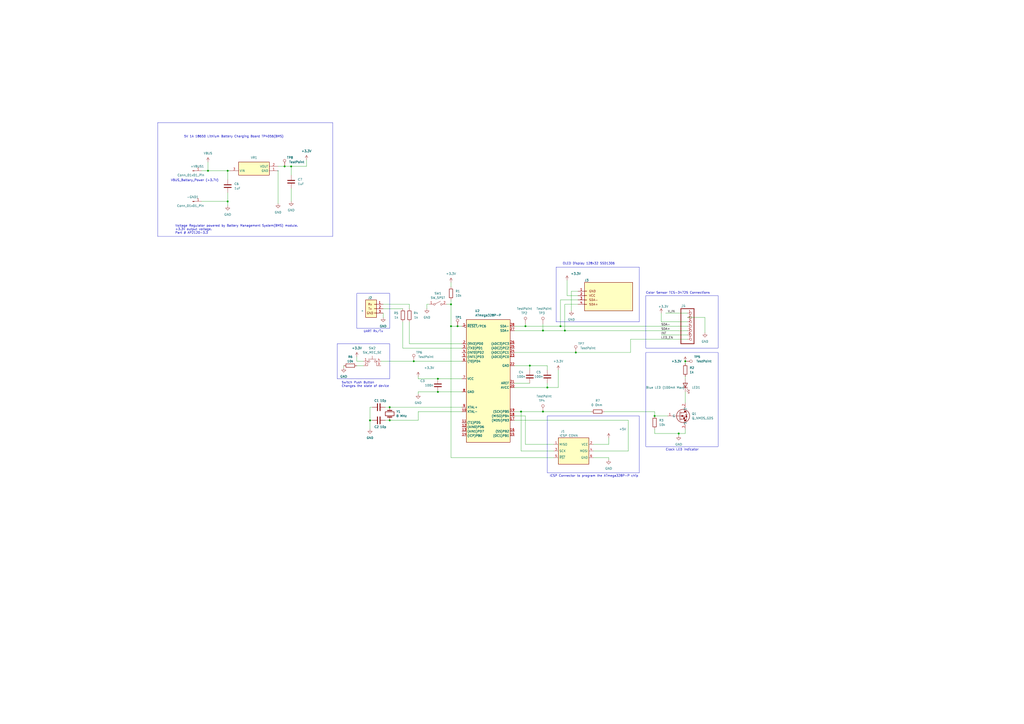
<source format=kicad_sch>
(kicad_sch (version 20230121) (generator eeschema)
  (paper "A2")
  (lib_symbols
    (symbol "+3.3V_1" (power) (pin_names (offset 0))
      (property "Value" "+3.3V_1" (at 0 5.08 0))
      (symbol "+3.3V_1_0_1"
        (polyline (pts (xy -0.762 1.27) (xy 0 2.54)))
        (polyline (pts (xy 0 0) (xy 0 2.54)))
        (polyline (pts (xy 0 2.54) (xy 0.762 1.27)))
      )
      (symbol "+3.3V_1_1_1"
        (pin power_in line (at 0 0 90) (length 0) hide (name "+3.3V") (number "1"))
      )
    )
    (symbol "+3.3V_2" (power) (pin_names (offset 0))
      (property "Value" "+3.3V_2" (at 0 5.08 0))
      (symbol "+3.3V_2_0_1"
        (polyline (pts (xy -0.762 1.27) (xy 0 2.54)))
        (polyline (pts (xy 0 0) (xy 0 2.54)))
        (polyline (pts (xy 0 2.54) (xy 0.762 1.27)))
      )
      (symbol "+3.3V_2_1_1"
        (pin power_in line (at 0 0 90) (length 0) hide (name "+3.3V") (number "1"))
      )
    )
    (symbol "+3.3V_3" (power) (pin_names (offset 0))
      (property "Value" "+3.3V_3" (at 0 5.08 0))
      (symbol "+3.3V_3_0_1"
        (polyline (pts (xy -0.762 1.27) (xy 0 2.54)))
        (polyline (pts (xy 0 0) (xy 0 2.54)))
        (polyline (pts (xy 0 2.54) (xy 0.762 1.27)))
      )
      (symbol "+3.3V_3_1_1"
        (pin power_in line (at 0 0 90) (length 0) hide (name "+3.3V") (number "1"))
      )
    )
    (symbol "+3.3V_4" (power) (pin_names (offset 0))
      (property "Value" "+3.3V_4" (at 0 5.08 0))
      (symbol "+3.3V_4_0_1"
        (polyline (pts (xy -0.762 1.27) (xy 0 2.54)))
        (polyline (pts (xy 0 0) (xy 0 2.54)))
        (polyline (pts (xy 0 2.54) (xy 0.762 1.27)))
      )
      (symbol "+3.3V_4_1_1"
        (pin power_in line (at 0 0 90) (length 0) hide (name "+3.3V") (number "1"))
      )
    )
    (symbol "+5V_1" (power) (pin_names (offset 0))
      (property "Value" "+5V_1" (at 0 5.08 0))
      (symbol "+5V_1_0_1"
        (polyline (pts (xy -0.762 1.27) (xy 0 2.54)))
        (polyline (pts (xy 0 0) (xy 0 2.54)))
        (polyline (pts (xy 0 2.54) (xy 0.762 1.27)))
      )
      (symbol "+5V_1_1_1"
        (pin power_in line (at 0 0 90) (length 0) hide (name "+5V") (number "1"))
      )
    )
    (symbol "2023-11-13_01-53-07:DMN63D8LW-13" (pin_names (offset 0.254))
      (property "Reference" "U" (at 13.97 1.905 0))
      (property "Value" "DMN63D8LW-13" (at 13.97 -2.54 0))
      (symbol "DMN63D8LW-13_0_1"
        (polyline (pts (xy 2.54 0) (xy 5.08 0)) (stroke (width 0.127)))
        (polyline (pts (xy 5.08 0) (xy 6.985 0)) (stroke (width 0.2032)))
        (polyline (pts (xy 6.985 -2.54) (xy 6.985 2.54)) (stroke (width 0.2032)))
        (polyline (pts (xy 7.62 -2.54) (xy 7.62 -1.27)) (stroke (width 0.2032)))
        (polyline (pts (xy 7.62 -1.905) (xy 9.525 -1.905)) (stroke (width 0.2032)))
        (polyline (pts (xy 7.62 -0.635) (xy 7.62 0.635)) (stroke (width 0.2032)))
        (polyline (pts (xy 7.62 1.27) (xy 7.62 2.54)) (stroke (width 0.2032)))
        (polyline (pts (xy 7.62 1.905) (xy 9.525 1.905)) (stroke (width 0.2032)))
        (polyline (pts (xy 8.89 0) (xy 9.525 0)) (stroke (width 0.2032)))
        (polyline (pts (xy 9.525 -5.08) (xy 9.525 -2.54)) (stroke (width 0.127)))
        (polyline (pts (xy 9.525 -2.54) (xy 9.525 0)) (stroke (width 0.2032)))
        (polyline (pts (xy 9.525 -2.54) (xy 10.795 -2.54)) (stroke (width 0.2032)))
        (polyline (pts (xy 9.525 1.905) (xy 9.525 2.54)) (stroke (width 0.2032)))
        (polyline (pts (xy 9.525 2.54) (xy 9.525 5.08)) (stroke (width 0.127)))
        (polyline (pts (xy 9.525 2.54) (xy 10.795 2.54)) (stroke (width 0.2032)))
        (polyline (pts (xy 9.525 5.08) (xy 10.16 5.08)) (stroke (width 0.127)))
        (polyline (pts (xy 10.16 -5.08) (xy 9.525 -5.08)) (stroke (width 0.127)))
        (polyline (pts (xy 10.795 -2.54) (xy 10.795 -0.635)) (stroke (width 0.2032)))
        (polyline (pts (xy 10.795 0.635) (xy 10.795 2.54)) (stroke (width 0.2032)))
        (polyline (pts (xy 11.43 0.635) (xy 10.16 0.635)) (stroke (width 0.2032)))
        (polyline (pts (xy 8.89 0.635) (xy 7.62 0) (xy 8.89 -0.635)) (stroke (width 0.0254)) (fill (type outline)))
        (polyline (pts (xy 11.43 -0.635) (xy 10.16 -0.635) (xy 10.795 0.635)) (stroke (width 0.0254)) (fill (type outline)))
        (circle (center 8.89 0) (radius 3.81) (stroke (width 0.254)))
        (circle (center 9.525 -1.27) (radius 0.0254) (stroke (width 0.508)))
        (circle (center 10.16 -2.54) (radius 0.0254) (stroke (width 0.508)))
        (circle (center 10.16 2.54) (radius 0.0254) (stroke (width 0.508)))
        (pin unspecified line (at 0 0 0) (length 2.54) (name "G") (number "1"))
        (pin unspecified line (at 10.16 7.62 270) (length 2.54) (name "D") (number "2"))
        (pin unspecified line (at 10.16 -7.62 90) (length 2.54) (name "S") (number "3"))
      )
    )
    (symbol "ATmega328P-P_1"
      (property "Reference" "U2" (at -6.35 40.64 0))
      (property "Value" "ATmega328P-P" (at 0 38.1 0))
      (symbol "ATmega328P-P_1_0_1"
        (rectangle (start -12.7 35.56) (end 12.7 -35.56) (stroke (width 0.254)) (fill (type background)))
      )
      (symbol "ATmega328P-P_1_1_1"
        (pin bidirectional inverted (at -15.24 31.75 0) (length 2.54) (name "~{RESET}/PC6") (number "1"))
        (pin bidirectional line (at -15.24 -17.78 0) (length 2.54) (name "XTAL-") (number "10"))
        (pin bidirectional line (at -15.24 -24.13 0) (length 2.54) (name "(T1)PD5") (number "11"))
        (pin bidirectional line (at -15.24 -26.67 0) (length 2.54) (name "(AIN0)PD6") (number "12"))
        (pin bidirectional line (at -15.24 -29.21 0) (length 2.54) (name "(AIN1)PD7") (number "13"))
        (pin bidirectional line (at -15.24 -31.75 0) (length 2.54) (name "(ICP)PB0") (number "14"))
        (pin bidirectional line (at 15.24 -31.75 180) (length 2.54) (name "(OC1)PB1") (number "15"))
        (pin bidirectional line (at 15.24 -29.21 180) (length 2.54) (name "(SS)PB2") (number "16"))
        (pin bidirectional line (at 15.24 -22.86 180) (length 2.54) (name "(MOSI)PB3") (number "17"))
        (pin bidirectional line (at 15.24 -20.32 180) (length 2.54) (name "(MISO)PB4") (number "18"))
        (pin bidirectional line (at 15.24 -17.78 180) (length 2.54) (name "(SCK)PB5") (number "19"))
        (pin bidirectional line (at -15.24 21.59 0) (length 2.54) (name "(RXD)PD0") (number "2"))
        (pin power_in line (at 15.24 -3.81 180) (length 2.54) (name "AVCC") (number "20"))
        (pin passive line (at 15.24 -1.27 180) (length 2.54) (name "AREF") (number "21"))
        (pin passive line (at 15.24 8.89 180) (length 2.54) (name "GND") (number "22"))
        (pin bidirectional line (at 15.24 13.97 180) (length 2.54) (name "(ADC0)PC0") (number "23"))
        (pin bidirectional line (at 15.24 16.51 180) (length 2.54) (name "(ADC1)PC1") (number "24"))
        (pin bidirectional line (at 15.24 19.05 180) (length 2.54) (name "(ADC2)PC2") (number "25"))
        (pin bidirectional line (at 15.24 21.59 180) (length 2.54) (name "(ADC3)PC3") (number "26"))
        (pin bidirectional line (at 15.24 29.21 180) (length 2.54) (name "SDA+") (number "27"))
        (pin bidirectional line (at 15.24 31.75 180) (length 2.54) (name "SDA-") (number "28"))
        (pin bidirectional line (at -15.24 19.05 0) (length 2.54) (name "(TXD)PD1") (number "3"))
        (pin bidirectional line (at -15.24 16.51 0) (length 2.54) (name "(INT0)PD2") (number "4"))
        (pin bidirectional line (at -15.24 13.97 0) (length 2.54) (name "(INT1)PD3") (number "5"))
        (pin bidirectional line (at -15.24 11.43 0) (length 2.54) (name "(T0)PD4") (number "6"))
        (pin power_in line (at -15.24 1.27 0) (length 2.54) (name "VCC") (number "7"))
        (pin power_in line (at -15.24 -6.35 0) (length 2.54) (name "GND") (number "8"))
        (pin bidirectional line (at -15.24 -15.24 0) (length 2.54) (name "XTAL+") (number "9"))
      )
    )
    (symbol "Adafruit TCS34725-eagle-import:HEADER-1X770MIL"
      (property "Reference" "JP" (at -6.35 10.795 0))
      (symbol "HEADER-1X770MIL_1_0"
        (polyline (pts (xy -6.35 -10.16) (xy 1.27 -10.16)) (stroke (width 0.4064)))
        (polyline (pts (xy -6.35 10.16) (xy -6.35 -10.16)) (stroke (width 0.4064)))
        (polyline (pts (xy 1.27 -10.16) (xy 1.27 10.16)) (stroke (width 0.4064)))
        (polyline (pts (xy 1.27 10.16) (xy -6.35 10.16)) (stroke (width 0.4064)))
        (pin passive inverted (at -2.54 7.62 0) (length 2.54) (name "1") (number "1"))
        (pin passive inverted (at -2.54 5.08 0) (length 2.54) (name "2") (number "2"))
        (pin passive inverted (at -2.54 2.54 0) (length 2.54) (name "3") (number "3"))
        (pin passive inverted (at -2.54 0 0) (length 2.54) (name "4") (number "4"))
        (pin passive inverted (at -2.54 -2.54 0) (length 2.54) (name "5") (number "5"))
        (pin passive inverted (at -2.54 -5.08 0) (length 2.54) (name "6") (number "6"))
        (pin passive inverted (at -2.54 -7.62 0) (length 2.54) (name "7") (number "7"))
      )
    )
    (symbol "Conn_PIC_ICSP_ICD_1"
      (property "Reference" "J6" (at -3.81 12.7 0))
      (property "Value" "ICSP CONN" (at 5.08 10.16 0))
      (symbol "Conn_PIC_ICSP_ICD_1_0_1"
        (rectangle (start -7.62 7.62) (end 10.16 -7.62) (stroke (width 0.254)) (fill (type background)))
      )
      (symbol "Conn_PIC_ICSP_ICD_1_1_1"
        (pin bidirectional line (at -10.16 3.81 0) (length 2.54) (name "MISO") (number "1"))
        (pin bidirectional line (at 12.7 3.81 180) (length 2.54) (name "VCC") (number "2"))
        (pin output line (at -10.16 0 0) (length 2.54) (name "SCK") (number "3"))
        (pin output line (at 12.7 0 180) (length 2.54) (name "MOSI") (number "4"))
        (pin output line (at -10.16 -3.81 0) (length 2.54) (name "~{RST}") (number "5"))
        (pin output line (at 12.7 -3.81 180) (length 2.54) (name "GND") (number "6"))
      )
    )
    (symbol "Connector:Conn_01x01_Pin" (pin_names (offset 1.016) hide)
      (property "Reference" "J" (at 0 2.54 0))
      (property "Value" "Conn_01x01_Pin" (at 0 -2.54 0))
      (symbol "Conn_01x01_Pin_1_1"
        (polyline (pts (xy 1.27 0) (xy 0.8636 0)) (stroke (width 0.1524)))
        (rectangle (start 0.8636 0.127) (end 0 -0.127) (stroke (width 0.1524)) (fill (type outline)))
        (pin passive line (at 5.08 0 180) (length 3.81) (name "Pin_1") (number "1"))
      )
    )
    (symbol "Connector:TestPoint" (pin_numbers hide) (pin_names (offset 0.762) hide)
      (property "Reference" "TP" (at 0 6.858 0))
      (property "Value" "TestPoint" (at 0 5.08 0))
      (symbol "TestPoint_0_1"
        (circle (center 0 3.302) (radius 0.762))
      )
      (symbol "TestPoint_1_1"
        (pin passive line (at 0 0 90) (length 2.54) (name "1") (number "1"))
      )
    )
    (symbol "Connector_Generic:Conn_01x03" (pin_names (offset 1.016) hide)
      (property "Reference" "J2" (at 7.62 1.27 0))
      (property "Value" "Conn_01x03" (at 6.35 -1.27 0))
      (symbol "Conn_01x03_1_1"
        (rectangle (start -1.27 -2.413) (end 0 -2.667) (stroke (width 0.1524)))
        (rectangle (start -1.27 0.127) (end 0 -0.127) (stroke (width 0.1524)))
        (rectangle (start -1.27 2.667) (end 0 2.413) (stroke (width 0.1524)))
        (rectangle (start -1.27 5.08) (end 5.08 -5.08) (stroke (width 0.254)) (fill (type background)))
        (text "GND" (at 2.54 -2.54 0) (effects (font (size 1.27 1.27))))
        (text "Rx" (at 2.54 2.54 0) (effects (font (size 1.27 1.27))))
        (text "Tx" (at 2.54 0 0) (effects (font (size 1.27 1.27))))
        (pin passive line (at -5.08 2.54 0) (length 3.81) (name "Pin_1") (number "1"))
        (pin passive line (at -5.08 0 0) (length 3.81) (name "Pin_2") (number "2"))
        (pin passive line (at -5.08 -2.54 0) (length 3.81) (name "Pin_3") (number "3"))
      )
    )
    (symbol "Connector_Generic:Conn_01x04" (pin_names (offset 1.016) hide)
      (property "Reference" "J3" (at -1.27 8.89 0))
      (symbol "Conn_01x04_1_1"
        (rectangle (start -1.27 -4.953) (end 0 -5.207) (stroke (width 0.1524)))
        (rectangle (start -1.27 -2.413) (end 0 -2.667) (stroke (width 0.1524)))
        (rectangle (start -1.27 0.127) (end 0 -0.127) (stroke (width 0.1524)))
        (rectangle (start -1.27 2.667) (end 0 2.413) (stroke (width 0.1524)))
        (rectangle (start -1.27 7.62) (end 26.67 -8.89) (stroke (width 0.254)) (fill (type background)))
        (text "GND" (at 1.27 2.54 0) (effects (font (size 1.27 1.27)) (justify left)))
        (text "SDA+\n" (at 1.27 -5.08 0) (effects (font (size 1.27 1.27)) (justify left)))
        (text "SDA-" (at 1.27 -2.54 0) (effects (font (size 1.27 1.27)) (justify left)))
        (text "VCC" (at 1.27 0 0) (effects (font (size 1.27 1.27)) (justify left)))
        (pin passive line (at -5.08 2.54 0) (length 3.81) (name "Pin_1") (number "1"))
        (pin passive line (at -5.08 0 0) (length 3.81) (name "Pin_2") (number "2"))
        (pin passive line (at -5.08 -2.54 0) (length 3.81) (name "Pin_3") (number "3"))
        (pin passive line (at -5.08 -5.08 0) (length 3.81) (name "Pin_4") (number "4"))
      )
    )
    (symbol "Device:C" (pin_numbers hide) (pin_names (offset 0.254))
      (property "Reference" "C" (at 0.635 2.54 0))
      (property "Value" "C" (at 0.635 -2.54 0))
      (symbol "C_0_1"
        (polyline (pts (xy -2.032 -0.762) (xy 2.032 -0.762)) (stroke (width 0.508)))
        (polyline (pts (xy -2.032 0.762) (xy 2.032 0.762)) (stroke (width 0.508)))
      )
      (symbol "C_1_1"
        (pin passive line (at 0 3.81 270) (length 2.794) (name "~") (number "1"))
        (pin passive line (at 0 -3.81 90) (length 2.794) (name "~") (number "2"))
      )
    )
    (symbol "Device:Crystal" (pin_numbers hide) (pin_names (offset 1.016) hide)
      (property "Reference" "Y" (at 0 3.81 0))
      (property "Value" "Crystal" (at 0 -3.81 0))
      (symbol "Crystal_0_1"
        (rectangle (start -1.143 2.54) (end 1.143 -2.54) (stroke (width 0.3048)))
        (polyline (pts (xy -2.54 0) (xy -1.905 0)))
        (polyline (pts (xy -1.905 -1.27) (xy -1.905 1.27)) (stroke (width 0.508)))
        (polyline (pts (xy 1.905 -1.27) (xy 1.905 1.27)) (stroke (width 0.508)))
        (polyline (pts (xy 2.54 0) (xy 1.905 0)))
      )
      (symbol "Crystal_1_1"
        (pin passive line (at -3.81 0 0) (length 1.27) (name "1") (number "1"))
        (pin passive line (at 3.81 0 180) (length 1.27) (name "2") (number "2"))
      )
    )
    (symbol "Device:LED" (pin_numbers hide) (pin_names (offset 1.016) hide)
      (property "Reference" "D" (at 0 2.54 0))
      (property "Value" "LED" (at 0 -2.54 0))
      (symbol "LED_0_1"
        (polyline (pts (xy -1.27 -1.27) (xy -1.27 1.27)) (stroke (width 0.254)))
        (polyline (pts (xy -1.27 0) (xy 1.27 0)))
        (polyline (pts (xy 1.27 -1.27) (xy 1.27 1.27) (xy -1.27 0) (xy 1.27 -1.27)) (stroke (width 0.254)))
        (polyline (pts (xy -3.048 -0.762) (xy -4.572 -2.286) (xy -3.81 -2.286) (xy -4.572 -2.286) (xy -4.572 -1.524)))
        (polyline (pts (xy -1.778 -0.762) (xy -3.302 -2.286) (xy -2.54 -2.286) (xy -3.302 -2.286) (xy -3.302 -1.524)))
      )
      (symbol "LED_1_1"
        (pin passive line (at -3.81 0 0) (length 2.54) (name "K") (number "1"))
        (pin passive line (at 3.81 0 180) (length 2.54) (name "A") (number "2"))
      )
    )
    (symbol "Device:R" (pin_numbers hide) (pin_names (offset 0))
      (property "Reference" "R" (at 2.032 0 90))
      (property "Value" "R" (at 0 0 90))
      (symbol "R_0_1"
        (rectangle (start -1.016 -2.54) (end 1.016 2.54) (stroke (width 0.254)))
      )
      (symbol "R_1_1"
        (pin passive line (at 0 3.81 270) (length 1.27) (name "~") (number "1"))
        (pin passive line (at 0 -3.81 90) (length 1.27) (name "~") (number "2"))
      )
    )
    (symbol "SamacSys_Parts:AP2120N-3.3TRG1"
      (property "Reference" "PS" (at 24.13 7.62 0))
      (property "Value" "AP2120N-3.3TRG1" (at 24.13 5.08 0))
      (symbol "AP2120N-3.3TRG1_1_1"
        (rectangle (start 5.08 2.54) (end 22.86 -5.08) (stroke (width 0.254)) (fill (type background)))
        (pin passive line (at 0 0 0) (length 5.08) (name "GND") (number "1"))
        (pin passive line (at 0 -2.54 0) (length 5.08) (name "VOUT") (number "2"))
        (pin passive line (at 27.94 0 180) (length 5.08) (name "VIN") (number "3"))
      )
    )
    (symbol "Switch:SW_MEC_5E" (pin_names (offset 1.016) hide)
      (property "Reference" "SW" (at 0.635 5.715 0))
      (property "Value" "SW_MEC_5E" (at 0 -3.175 0))
      (symbol "SW_MEC_5E_0_1"
        (circle (center -1.778 2.54) (radius 0.508))
        (polyline (pts (xy -2.286 3.81) (xy 2.286 3.81)))
        (polyline (pts (xy 0 3.81) (xy 0 5.588)))
        (polyline (pts (xy -2.54 0) (xy -2.54 2.54) (xy -2.286 2.54)))
        (polyline (pts (xy 2.54 0) (xy 2.54 2.54) (xy 2.286 2.54)))
        (circle (center 1.778 2.54) (radius 0.508))
        (pin passive line (at -5.08 2.54 0) (length 2.54) (name "1") (number "1"))
        (pin passive line (at -5.08 0 0) (length 2.54) (name "2") (number "2"))
        (pin passive line (at 5.08 0 180) (length 2.54) (name "K") (number "3"))
        (pin passive line (at 5.08 2.54 180) (length 2.54) (name "A") (number "4"))
      )
    )
    (symbol "Switch:SW_SPST" (pin_names (offset 0) hide)
      (property "Reference" "SW" (at 0 3.175 0))
      (property "Value" "SW_SPST" (at 0 -2.54 0))
      (symbol "SW_SPST_0_0"
        (circle (center -2.032 0) (radius 0.508))
        (polyline (pts (xy -1.524 0.254) (xy 1.524 1.778)))
        (circle (center 2.032 0) (radius 0.508))
      )
      (symbol "SW_SPST_1_1"
        (pin passive line (at -5.08 0 0) (length 2.54) (name "A") (number "1"))
        (pin passive line (at 5.08 0 180) (length 2.54) (name "B") (number "2"))
      )
    )
    (symbol "power:+3.3V" (power) (pin_names (offset 0))
      (property "Value" "+3.3V" (at 0 3.556 0))
      (symbol "+3.3V_0_1"
        (polyline (pts (xy -0.762 1.27) (xy 0 2.54)))
        (polyline (pts (xy 0 0) (xy 0 2.54)))
        (polyline (pts (xy 0 2.54) (xy 0.762 1.27)))
      )
      (symbol "+3.3V_1_1"
        (pin power_in line (at 0 0 90) (length 0) hide (name "+3.3V") (number "1"))
      )
    )
    (symbol "power:GND" (power) (pin_names (offset 0))
      (property "Value" "GND" (at 0 -3.81 0))
      (symbol "GND_0_1"
        (polyline (pts (xy 0 0) (xy 0 -1.27) (xy 1.27 -1.27) (xy 0 -2.54) (xy -1.27 -1.27) (xy 0 -1.27)))
      )
      (symbol "GND_1_1"
        (pin power_in line (at 0 0 270) (length 0) hide (name "GND") (number "1"))
      )
    )
    (symbol "power:VBUS" (power) (pin_names (offset 0))
      (property "Value" "VBUS" (at 0 3.81 0))
      (symbol "VBUS_0_1"
        (polyline (pts (xy -0.762 1.27) (xy 0 2.54)))
        (polyline (pts (xy 0 0) (xy 0 2.54)))
        (polyline (pts (xy 0 2.54) (xy 0.762 1.27)))
      )
      (symbol "VBUS_1_1"
        (pin power_in line (at 0 0 90) (length 0) hide (name "VBUS") (number "1"))
      )
    )
  )
  (junction (at 132.08 99.06))
  (junction (at 314.96 191.77))
  (junction (at 307.34 212.09))
  (junction (at 393.7 251.46))
  (junction (at 214.63 243.84))
  (junction (at 226.06 236.22))
  (junction (at 397.51 209.55))
  (junction (at 379.73 241.3))
  (junction (at 261.62 176.53))
  (junction (at 314.96 238.76))
  (junction (at 261.62 189.23))
  (junction (at 334.01 204.47))
  (junction (at 317.5 224.79))
  (junction (at 240.03 209.55))
  (junction (at 226.06 243.84))
  (junction (at 165.1 96.52))
  (junction (at 327.66 191.77))
  (junction (at 265.43 189.23))
  (junction (at 254 219.71))
  (junction (at 120.65 99.06))
  (junction (at 254 227.33))
  (junction (at 132.08 116.84))
  (junction (at 302.26 238.76))
  (junction (at 325.12 189.23))
  (junction (at 168.91 96.52))
  (junction (at 304.8 189.23))
  (wire (pts (xy 302.26 238.76) (xy 298.45 238.76)))
  (wire (pts (xy 116.84 99.06) (xy 120.65 99.06)))
  (wire (pts (xy 314.96 191.77) (xy 327.66 191.77)))
  (wire (pts (xy 398.78 191.77) (xy 383.54 191.77)) (stroke (width 0.1524)))
  (wire (pts (xy 379.73 241.3) (xy 387.35 241.3)))
  (wire (pts (xy 242.57 238.76) (xy 242.57 243.84)))
  (wire (pts (xy 307.34 212.09) (xy 307.34 214.63)))
  (wire (pts (xy 242.57 238.76) (xy 267.97 238.76)))
  (wire (pts (xy 237.49 186.69) (xy 237.49 199.39)))
  (wire (pts (xy 353.06 266.7) (xy 353.06 265.43)))
  (wire (pts (xy 335.28 173.99) (xy 325.12 173.99)))
  (wire (pts (xy 302.26 238.76) (xy 314.96 238.76)))
  (wire (pts (xy 298.45 222.25) (xy 307.34 222.25)))
  (wire (pts (xy 298.45 204.47) (xy 334.01 204.47)))
  (wire (pts (xy 317.5 224.79) (xy 317.5 222.25)))
  (wire (pts (xy 165.1 96.52) (xy 168.91 96.52)))
  (wire (pts (xy 226.06 236.22) (xy 267.97 236.22)))
  (wire (pts (xy 168.91 109.22) (xy 168.91 116.84)))
  (wire (pts (xy 365.76 196.85) (xy 383.54 196.85)))
  (wire (pts (xy 261.62 189.23) (xy 261.62 265.43)))
  (wire (pts (xy 317.5 224.79) (xy 323.85 224.79)))
  (wire (pts (xy 298.45 191.77) (xy 314.96 191.77)))
  (wire (pts (xy 132.08 111.76) (xy 132.08 116.84)))
  (wire (pts (xy 344.17 265.43) (xy 353.06 265.43)))
  (wire (pts (xy 233.68 201.93) (xy 267.97 201.93)))
  (wire (pts (xy 304.8 241.3) (xy 298.45 241.3)))
  (wire (pts (xy 265.43 189.23) (xy 267.97 189.23)))
  (wire (pts (xy 242.57 219.71) (xy 254 219.71)))
  (wire (pts (xy 261.62 163.83) (xy 261.62 166.37)))
  (wire (pts (xy 408.94 184.15) (xy 408.94 193.04)) (stroke (width 0.1524)))
  (wire (pts (xy 161.29 96.52) (xy 165.1 96.52)))
  (wire (pts (xy 223.52 243.84) (xy 226.06 243.84)))
  (wire (pts (xy 397.51 227.33) (xy 397.51 233.68)))
  (wire (pts (xy 344.17 261.62) (xy 364.49 261.62)))
  (wire (pts (xy 214.63 236.22) (xy 214.63 243.84)))
  (wire (pts (xy 298.45 224.79) (xy 317.5 224.79)))
  (wire (pts (xy 222.25 176.53) (xy 237.49 176.53)))
  (wire (pts (xy 242.57 228.6) (xy 242.57 227.33)))
  (wire (pts (xy 240.03 209.55) (xy 267.97 209.55)))
  (wire (pts (xy 398.78 184.15) (xy 408.94 184.15)) (stroke (width 0.1524)))
  (wire (pts (xy 317.5 212.09) (xy 317.5 214.63)))
  (wire (pts (xy 199.39 212.09) (xy 199.39 213.36)))
  (wire (pts (xy 132.08 99.06) (xy 133.35 99.06)))
  (wire (pts (xy 168.91 96.52) (xy 168.91 101.6)))
  (wire (pts (xy 397.51 251.46) (xy 393.7 251.46)))
  (wire (pts (xy 233.68 186.69) (xy 233.68 201.93)))
  (wire (pts (xy 298.45 189.23) (xy 304.8 189.23)))
  (wire (pts (xy 364.49 261.62) (xy 364.49 243.84)))
  (wire (pts (xy 254 219.71) (xy 267.97 219.71)))
  (wire (pts (xy 398.78 186.69) (xy 383.54 186.69)) (stroke (width 0.1524)))
  (wire (pts (xy 302.26 261.62) (xy 302.26 238.76)))
  (wire (pts (xy 321.31 261.62) (xy 302.26 261.62)))
  (wire (pts (xy 120.65 93.98) (xy 120.65 99.06)))
  (wire (pts (xy 261.62 265.43) (xy 321.31 265.43)))
  (wire (pts (xy 210.82 209.55) (xy 207.01 209.55)))
  (wire (pts (xy 214.63 243.84) (xy 214.63 248.92)))
  (wire (pts (xy 248.92 176.53) (xy 247.65 176.53)))
  (wire (pts (xy 334.01 204.47) (xy 365.76 204.47)))
  (wire (pts (xy 335.28 176.53) (xy 327.66 176.53)))
  (wire (pts (xy 304.8 189.23) (xy 325.12 189.23)))
  (wire (pts (xy 132.08 99.06) (xy 132.08 104.14)))
  (wire (pts (xy 261.62 176.53) (xy 261.62 189.23)))
  (wire (pts (xy 242.57 227.33) (xy 254 227.33)))
  (wire (pts (xy 397.51 209.55) (xy 397.51 210.82)))
  (wire (pts (xy 379.73 251.46) (xy 379.73 248.92)))
  (wire (pts (xy 331.47 168.91) (xy 331.47 180.34)))
  (wire (pts (xy 397.51 219.71) (xy 397.51 218.44)))
  (wire (pts (xy 261.62 189.23) (xy 265.43 189.23)))
  (wire (pts (xy 242.57 218.44) (xy 242.57 219.71)))
  (wire (pts (xy 233.68 179.07) (xy 222.25 179.07)))
  (wire (pts (xy 177.8 92.71) (xy 177.8 96.52)))
  (wire (pts (xy 298.45 212.09) (xy 307.34 212.09)))
  (wire (pts (xy 386.08 181.61) (xy 398.78 181.61)) (stroke (width 0.1524)))
  (wire (pts (xy 393.7 251.46) (xy 393.7 252.73)))
  (wire (pts (xy 398.78 189.23) (xy 383.54 189.23)) (stroke (width 0.1524)))
  (wire (pts (xy 328.93 162.56) (xy 328.93 171.45)))
  (wire (pts (xy 383.54 194.31) (xy 398.78 194.31)) (stroke (width 0.1524)))
  (wire (pts (xy 247.65 176.53) (xy 247.65 179.07)))
  (wire (pts (xy 120.65 99.06) (xy 132.08 99.06)))
  (wire (pts (xy 325.12 189.23) (xy 383.54 189.23)))
  (wire (pts (xy 254 227.33) (xy 267.97 227.33)))
  (wire (pts (xy 327.66 176.53) (xy 327.66 191.77)))
  (wire (pts (xy 379.73 238.76) (xy 379.73 241.3)))
  (wire (pts (xy 220.98 209.55) (xy 240.03 209.55)))
  (wire (pts (xy 398.78 196.85) (xy 383.54 196.85)) (stroke (width 0.1524)))
  (wire (pts (xy 237.49 176.53) (xy 237.49 179.07)))
  (wire (pts (xy 207.01 207.01) (xy 207.01 209.55)))
  (wire (pts (xy 321.31 257.81) (xy 304.8 257.81)))
  (wire (pts (xy 304.8 257.81) (xy 304.8 241.3)))
  (wire (pts (xy 168.91 96.52) (xy 177.8 96.52)))
  (wire (pts (xy 116.84 116.84) (xy 132.08 116.84)))
  (wire (pts (xy 383.54 186.69) (xy 383.54 181.61)) (stroke (width 0.1524)))
  (wire (pts (xy 331.47 168.91) (xy 335.28 168.91)))
  (wire (pts (xy 222.25 181.61) (xy 222.25 184.15)))
  (wire (pts (xy 323.85 224.79) (xy 323.85 214.63)))
  (wire (pts (xy 215.9 236.22) (xy 214.63 236.22)))
  (wire (pts (xy 132.08 116.84) (xy 132.08 119.38)))
  (wire (pts (xy 325.12 173.99) (xy 325.12 189.23)))
  (wire (pts (xy 223.52 236.22) (xy 226.06 236.22)))
  (wire (pts (xy 379.73 251.46) (xy 393.7 251.46)))
  (wire (pts (xy 353.06 254) (xy 353.06 257.81)))
  (wire (pts (xy 307.34 212.09) (xy 317.5 212.09)))
  (wire (pts (xy 397.51 248.92) (xy 397.51 251.46)))
  (wire (pts (xy 237.49 199.39) (xy 267.97 199.39)))
  (wire (pts (xy 365.76 204.47) (xy 365.76 196.85)))
  (wire (pts (xy 327.66 191.77) (xy 383.54 191.77)))
  (wire (pts (xy 350.52 238.76) (xy 379.73 238.76)))
  (wire (pts (xy 304.8 187.96) (xy 304.8 189.23)))
  (wire (pts (xy 314.96 187.96) (xy 314.96 191.77)))
  (wire (pts (xy 344.17 257.81) (xy 353.06 257.81)))
  (wire (pts (xy 261.62 173.99) (xy 261.62 176.53)))
  (wire (pts (xy 298.45 243.84) (xy 364.49 243.84)))
  (wire (pts (xy 259.08 176.53) (xy 261.62 176.53)))
  (wire (pts (xy 161.29 99.06) (xy 161.29 118.11)))
  (wire (pts (xy 207.01 212.09) (xy 210.82 212.09)))
  (wire (pts (xy 226.06 243.84) (xy 242.57 243.84)))
  (wire (pts (xy 314.96 238.76) (xy 342.9 238.76)))
  (wire (pts (xy 335.28 171.45) (xy 328.93 171.45)))
  (wire (pts (xy 214.63 243.84) (xy 215.9 243.84)))
  (rectangle (start 317.5 241.3) (end 370.84 274.32))
  (rectangle (start 322.58 154.94) (end 370.84 186.69))
  (rectangle (start 374.65 204.47) (end 416.56 259.08))
  (rectangle (start 91.44 71.12) (end 193.04 137.16))
  (rectangle (start 207.01 170.18) (end 226.06 190.5))
  (rectangle (start 374.65 171.45) (end 416.56 201.93))
  (rectangle (start 195.58 199.39) (end 226.06 219.71))
  (text "Switch Push Button\nChanges the state of device" (at 198.12 224.79 0) (effects (font (size 1.27 1.27)) (justify left bottom)))
  (text "ICSP Connector to program the ATmega328P-P chip" (at 318.77 276.86 0) (effects (font (size 1.27 1.27)) (justify left bottom)))
  (text "OLED Display 128x32 SSD1306\n" (at 326.39 153.67 0) (effects (font (size 1.27 1.27)) (justify left bottom)))
  (text "Color Sensor TCS-34725 Connections\n\n" (at 374.65 172.72 0) (effects (font (size 1.27 1.27)) (justify left bottom)))
  (text "UART Rx/Tx\n" (at 222.25 193.04 0) (effects (font (size 1.27 1.27)) (justify right bottom)))
  (text "5V 1A 18650 Lithium Battery Charging Board TP4056(BMS)" (at 106.68 80.01 0) (effects (font (size 1.27 1.27)) (justify left bottom)))
  (text "Clock LED Indicator" (at 386.08 261.62 0) (effects (font (size 1.27 1.27)) (justify left bottom)))
  (text "Voltage Regulator powered by Battery Management System(BMS) module.\n+3.3V output voltage.\nPart # AP2120-3.3" (at 101.6 135.89 0) (effects (font (size 1.27 1.27)) (justify left bottom)))
  (text "VBUS_Battary_Power (+3.7V)\n" (at 99.06 105.41 0) (effects (font (size 1.27 1.27)) (justify left bottom)))
  (label "LED_EN" (at 383.54 196.85 0) (effects (font (size 1.2446 1.2446))))
  (label "SDA+" (at 383.54 191.77 0) (effects (font (size 1.2446 1.2446))))
  (label "INT" (at 383.54 194.31 0) (effects (font (size 1.2446 1.2446))))
  (label "SDA-" (at 383.54 189.23 0) (effects (font (size 1.2446 1.2446))))
  (label "V_IN" (at 387.35 181.61 0) (effects (font (size 1.2446 1.2446))))
  (symbol (lib_name "+5V_1") (lib_id "power:+5V") (at 353.06 254 0) (unit 1)
    (property "Reference" "#PWR05" (effects hide))
    (property "Value" "+5V (Programmer Source)" (at 363.22 248.92 0) (effects (justify right)))
  )
  (symbol (lib_id "power:+3.3V") (at 397.51 209.55 0) (unit 1)
    (property "Reference" "#+3.3V0102" (effects hide))
    (property "Value" "+3.3V" (at 392.43 209.55 0))
  )
  (symbol (lib_id "power:GND") (at 242.57 228.6 0) (unit 1)
    (property "Reference" "#PWR048" (effects hide))
    (property "Value" "GND" (at 242.57 233.68 0))
  )
  (symbol (lib_id "Device:R") (at 233.68 182.88 0) (mirror x) (unit 1)
    (property "Reference" "R5" (at 231.14 181.61 0) (effects (justify right)))
    (property "Value" "1k" (at 231.14 184.15 0) (effects (justify right)))
    (property "Footprint" "Resistor_SMD:R_1206_3216Metric" (effects hide))
  )
  (symbol (lib_id "Connector:TestPoint") (at 334.01 204.47 0) (unit 1)
    (property "Reference" "TP7" (at 335.28 199.39 0) (effects (justify left)))
    (property "Value" "TestPoint" (at 336.55 201.93 0) (effects (justify left)))
    (property "Footprint" "Connector_PinHeader_1.00mm:PinHeader_1x01_P1.00mm_Vertical" (effects hide))
  )
  (symbol (lib_id "power:GND") (at 331.47 180.34 0) (unit 1)
    (property "Reference" "#PWR02" (effects hide))
    (property "Value" "GND" (at 331.47 185.42 0))
  )
  (symbol (lib_name "+3.3V_2") (lib_id "power:+3.3V") (at 383.54 181.61 0) (unit 1)
    (property "Reference" "#+3.3V0103" (effects hide))
    (property "Value" "+3.3V (330µA Max)" (at 384.81 177.8 0))
  )
  (symbol (lib_id "Connector:TestPoint") (at 165.1 96.52 0) (unit 1)
    (property "Reference" "TP8" (at 166.37 91.44 0) (effects (justify left)))
    (property "Value" "TestPoint" (at 167.64 93.98 0) (effects (justify left)))
    (property "Footprint" "Connector_PinHeader_1.00mm:PinHeader_1x01_P1.00mm_Vertical" (effects hide))
  )
  (symbol (lib_id "power:GND") (at 408.94 193.04 0) (unit 1)
    (property "Reference" "#PWR04" (effects hide))
    (property "Value" "GND" (at 408.94 198.12 0))
  )
  (symbol (lib_id "power:GND") (at 247.65 179.07 0) (unit 1)
    (property "Reference" "#PWR032" (effects hide))
    (property "Value" "GND" (at 247.65 184.15 0))
  )
  (symbol (lib_id "Connector:TestPoint") (at 240.03 209.55 0) (unit 1)
    (property "Reference" "TP6" (at 241.3 204.47 0) (effects (justify left)))
    (property "Value" "TestPoint" (at 242.57 207.01 0) (effects (justify left)))
    (property "Footprint" "Connector_PinHeader_1.00mm:PinHeader_1x01_P1.00mm_Vertical" (effects hide))
  )
  (symbol (lib_id "Device:R") (at 237.49 182.88 0) (mirror x) (unit 1)
    (property "Reference" "R4" (at 242.57 181.61 0) (effects (justify right)))
    (property "Value" "1k" (at 242.57 184.15 0) (effects (justify right)))
    (property "Footprint" "Resistor_SMD:R_1206_3216Metric" (effects hide))
  )
  (symbol (lib_id "Switch:SW_MEC_5E") (at 215.9 212.09 0) (unit 1)
    (property "Reference" "SW2" (at 215.9 201.93 0))
    (property "Value" "SW_MEC_5E" (at 215.9 204.47 0))
    (property "Footprint" "Connector_PinHeader_2.54mm:PinHeader_1x04_P2.54mm_Vertical" (effects hide))
    (property "Datasheet" "http://www.apem.com/int/index.php?controller=attachment&id_attachment=1371" (effects hide))
  )
  (symbol (lib_id "Connector:TestPoint") (at 314.96 187.96 0) (unit 1)
    (property "Reference" "TP3" (at 312.42 181.61 0) (effects (justify left)))
    (property "Value" "TestPoint" (at 311.15 179.07 0) (effects (justify left)))
    (property "Footprint" "Connector_PinHeader_1.00mm:PinHeader_1x01_P1.00mm_Vertical" (effects hide))
  )
  (symbol (lib_id "power:VBUS") (at 120.65 93.98 0) (unit 1)
    (property "Reference" "#PWR03" (effects hide))
    (property "Value" "VBUS" (at 120.65 88.9 0))
  )
  (symbol (lib_id "Device:C") (at 219.71 243.84 90) (unit 1)
    (property "Reference" "C2" (at 218.44 247.65 90))
    (property "Value" "10p" (at 222.25 247.65 90))
    (property "Footprint" "Capacitor_SMD:C_1206_3216Metric_Pad1.33x1.80mm_HandSolder" (effects hide))
  )
  (symbol (lib_id "power:GND") (at 168.91 116.84 0) (unit 1)
    (property "Reference" "#PWR022" (effects hide))
    (property "Value" "GND" (at 168.91 121.92 0))
  )
  (symbol (lib_id "power:+3.3V") (at 323.85 214.63 0) (unit 1)
    (property "Reference" "#PWR029" (effects hide))
    (property "Value" "+3.3V" (at 323.85 209.55 0))
  )
  (symbol (lib_id "Device:R") (at 379.73 245.11 0) (unit 1)
    (property "Reference" "R3" (at 382.27 243.84 0) (effects (justify left)))
    (property "Value" "10k" (at 382.27 246.38 0) (effects (justify left)))
    (property "Footprint" "Resistor_SMD:R_1206_3216Metric" (effects hide))
  )
  (symbol (lib_id "power:GND") (at 222.25 184.15 0) (mirror y) (unit 1)
    (property "Reference" "#PWR040" (effects hide))
    (property "Value" "GND" (at 222.25 189.23 0))
  )
  (symbol (lib_id "power:+3.3V") (at 261.62 163.83 0) (unit 1)
    (property "Reference" "#+3.3V0105" (effects hide))
    (property "Value" "+3.3V" (at 261.62 158.75 0))
  )
  (symbol (lib_name "Conn_PIC_ICSP_ICD_1") (lib_id "Connector:Conn_PIC_ICSP_ICD") (at 331.47 261.62 0) (unit 1)
    (property "Reference" "J1" (at 327.66 250.19 0) (effects (justify right)))
    (property "Value" "ICSP CONN" (at 335.28 252.73 0) (effects (justify right)))
    (property "Footprint" "PH2_06_UA:CONN_PH2-06-UA_ADM" (effects hide))
    (property "Datasheet" "http://ww1.microchip.com/downloads/en/devicedoc/30277d.pdf" (effects hide))
  )
  (symbol (lib_id "Device:C") (at 132.08 107.95 0) (unit 1)
    (property "Reference" "C6" (at 135.89 106.68 0) (effects (justify left)))
    (property "Value" "1uF" (at 135.89 109.22 0) (effects (justify left)))
    (property "Footprint" "Capacitor_SMD:C_1206_3216Metric_Pad1.33x1.80mm_HandSolder" (effects hide))
  )
  (symbol (lib_id "2023-11-13_01-53-07:DMN63D8LW-13") (at 387.35 241.3 0) (unit 1)
    (property "Reference" "Q1" (at 401.32 240.03 0) (effects (justify left)))
    (property "Value" "Q_NMOS_GDS" (at 401.32 242.57 0) (effects (justify left)))
    (property "Footprint" "DMN63D9LW:SOIC_D8LW-13_DIO" (effects hide))
    (property "Datasheet" "DMN63D8LW-13" (effects hide))
  )
  (symbol (lib_name "+3.3V_1") (lib_id "power:+3.3V") (at 177.8 92.71 0) (unit 1)
    (property "Reference" "#+3.3V0101" (effects hide))
    (property "Value" "+3.3V (250mA Max)" (at 177.8 87.63 0))
  )
  (symbol (lib_name "ATmega328P-P_1") (lib_id "MCU_Microchip_ATmega:ATmega328P-P") (at 283.21 220.98 0) (unit 1)
    (property "Reference" "U2" (at 276.86 180.34 0))
    (property "Value" "ATmega328P-P" (at 283.21 182.88 0))
    (property "Footprint" "Package_DIP:DIP-28_W7.62mm" (effects hide))
    (property "Datasheet" "http://ww1.microchip.com/downloads/en/DeviceDoc/ATmega328_P%20AVR%20MCU%20with%20picoPower%20Technology%20Data%20Sheet%2040001984A.pdf" (effects hide))
  )
  (symbol (lib_id "Device:C") (at 254 223.52 180) (unit 1)
    (property "Reference" "C3" (at 245.11 220.98 0))
    (property "Value" "100n" (at 248.92 223.52 0))
    (property "Footprint" "Capacitor_SMD:C_1206_3216Metric_Pad1.33x1.80mm_HandSolder" (effects hide))
  )
  (symbol (lib_name "+3.3V_3") (lib_id "power:+3.3V") (at 328.93 162.56 0) (unit 1)
    (property "Reference" "#PWR01" (effects hide))
    (property "Value" "+3.3V (16mA MAX)" (at 334.01 158.75 0))
  )
  (symbol (lib_id "Device:C") (at 317.5 218.44 180) (unit 1)
    (property "Reference" "C5" (at 312.42 215.9 0))
    (property "Value" "100n" (at 312.42 218.44 0))
    (property "Footprint" "Capacitor_SMD:C_1206_3216Metric_Pad1.33x1.80mm_HandSolder" (effects hide))
  )
  (symbol (lib_name "+3.3V_4") (lib_id "power:+3.3V") (at 242.57 218.44 0) (unit 1)
    (property "Reference" "#PWR031" (effects hide))
    (property "Value" "+3.3V (2.3mA Max)" (at 248.92 213.36 0))
  )
  (symbol (lib_id "power:GND") (at 214.63 248.92 0) (unit 1)
    (property "Reference" "#PWR027" (effects hide))
    (property "Value" "GND" (at 214.63 254 0))
  )
  (symbol (lib_id "Device:C") (at 219.71 236.22 90) (unit 1)
    (property "Reference" "C1" (at 218.44 232.41 90))
    (property "Value" "10p" (at 222.25 232.41 90))
    (property "Footprint" "Capacitor_SMD:C_1206_3216Metric_Pad1.33x1.80mm_HandSolder" (effects hide))
  )
  (symbol (lib_id "power:GND") (at 132.08 119.38 0) (unit 1)
    (property "Reference" "#PWR07" (effects hide))
    (property "Value" "GND" (at 132.08 124.46 0))
  )
  (symbol (lib_id "Connector:Conn_01x01_Pin") (at 111.76 116.84 0) (unit 1)
    (property "Reference" "-GND1" (at 111.76 114.3 0))
    (property "Value" "Conn_01x01_Pin" (at 110.49 119.38 0))
    (property "Footprint" "Connector_PinHeader_2.54mm:PinHeader_1x01_P2.54mm_Vertical" (effects hide))
  )
  (symbol (lib_id "Connector:TestPoint") (at 304.8 187.96 0) (unit 1)
    (property "Reference" "TP2" (at 302.26 181.61 0) (effects (justify left)))
    (property "Value" "TestPoint" (at 299.72 179.07 0) (effects (justify left)))
    (property "Footprint" "Connector_PinHeader_1.00mm:PinHeader_1x01_P1.00mm_Vertical" (effects hide))
  )
  (symbol (lib_id "Device:R") (at 346.71 238.76 270) (unit 1)
    (property "Reference" "R7" (at 346.71 232.41 90))
    (property "Value" "0 Ohm " (at 346.71 234.95 90))
    (property "Footprint" "Resistor_THT:R_Axial_DIN0204_L3.6mm_D1.6mm_P5.08mm_Horizontal" (effects hide))
  )
  (symbol (lib_id "Device:Crystal") (at 226.06 240.03 90) (unit 1)
    (property "Reference" "Y1" (at 229.87 238.76 90) (effects (justify right)))
    (property "Value" "8 MHz " (at 229.87 241.3 90) (effects (justify right)))
    (property "Footprint" "footprints:ATS08A-E_CTS" (effects hide))
  )
  (symbol (lib_id "Connector:TestPoint") (at 397.51 209.55 270) (unit 1)
    (property "Reference" "TP5" (at 402.59 207.01 90) (effects (justify left)))
    (property "Value" "TestPoint" (at 403.86 209.55 90) (effects (justify left)))
    (property "Footprint" "Connector_PinHeader_1.00mm:PinHeader_1x01_P1.00mm_Vertical" (effects hide))
  )
  (symbol (lib_id "power:GND") (at 353.06 266.7 0) (unit 1)
    (property "Reference" "#PWR06" (effects hide))
    (property "Value" "GND" (at 353.06 271.78 0))
  )
  (symbol (lib_id "Connector:Conn_01x01_Pin") (at 111.76 99.06 0) (unit 1)
    (property "Reference" "+VBUS1" (at 110.49 96.52 0) (effects (justify left)))
    (property "Value" "Conn_01x01_Pin" (at 102.87 101.6 0) (effects (justify left)))
    (property "Footprint" "Connector_PinHeader_2.54mm:PinHeader_1x01_P2.54mm_Vertical" (effects hide))
  )
  (symbol (lib_id "Device:R") (at 261.62 170.18 0) (unit 1)
    (property "Reference" "R1" (at 264.16 168.91 0) (effects (justify left)))
    (property "Value" "10k" (at 264.16 171.45 0) (effects (justify left)))
    (property "Footprint" "Resistor_SMD:R_1206_3216Metric" (effects hide))
  )
  (symbol (lib_id "Adafruit TCS34725-eagle-import:HEADER-1X770MIL") (at 401.32 189.23 0) (unit 1)
    (property "Reference" "J4" (at 394.97 178.435 0) (effects (font (size 1.778 1.5113)) (justify left bottom)))
    (property "Value" "HEADER-1X770MIL" (effects hide))
    (property "Footprint" "Connector_PinHeader_2.54mm:PinHeader_1x07_P2.54mm_Vertical" (effects hide))
  )
  (symbol (lib_id "Switch:SW_SPST") (at 254 176.53 0) (unit 1)
    (property "Reference" "SW1" (at 254 170.18 0))
    (property "Value" "SW_SPST" (at 254 172.72 0))
    (property "Footprint" "Button_Switch_THT:SW_PUSH_6mm" (effects hide))
  )
  (symbol (lib_id "Device:R") (at 397.51 214.63 0) (unit 1)
    (property "Reference" "R2" (at 400.05 213.36 0) (effects (justify left)))
    (property "Value" "1k" (at 400.05 215.9 0) (effects (justify left)))
    (property "Footprint" "Resistor_SMD:R_1206_3216Metric" (effects hide))
  )
  (symbol (lib_id "power:GND") (at 161.29 118.11 0) (unit 1)
    (property "Reference" "#PWR020" (effects hide))
    (property "Value" "GND" (at 161.29 123.19 0))
  )
  (symbol (lib_id "power:GND") (at 199.39 213.36 0) (unit 1)
    (property "Reference" "#PWR028" (effects hide))
    (property "Value" "GND" (at 199.39 218.44 0))
  )
  (symbol (lib_id "SamacSys_Parts:AP2120N-3.3TRG1") (at 161.29 99.06 180) (unit 1)
    (property "Reference" "VR1" (at 147.32 91.44 0))
    (property "Value" "~" (at 161.29 99.06 0))
    (property "Footprint" "SamacSys_Parts:SOT96P240X120-3N" (effects hide))
    (property "Datasheet" "https://componentsearchengine.com/Datasheets/1/AP2120N-3.3TRG1.pdf" (effects hide))
    (property "Height" "1.2" (effects hide))
    (property "Manufacturer_Name" "Diodes Inc." (effects hide))
    (property "Manufacturer_Part_Number" "AP2120N-3.3TRG1" (effects hide))
    (property "Mouser Part Number" "621-AP2120N-3.3TRG1" (effects hide))
    (property "Mouser Price/Stock" "https://www.mouser.co.uk/ProductDetail/Diodes-Incorporated/AP2120N-3.3TRG1?qs=x6A8l6qLYDA1usfeaZ7Tnw%3D%3D" (effects hide))
    (property "Arrow Part Number" "AP2120N-3.3TRG1" (effects hide))
    (property "Arrow Price/Stock" "https://www.arrow.com/en/products/ap2120n-3.3trg1/diodes-incorporated?region=nac" (effects hide))
  )
  (symbol (lib_id "Device:LED") (at 397.51 223.52 90) (unit 1)
    (property "Reference" "LED1" (at 401.32 224.79 90) (effects (justify right)))
    (property "Value" "Blue LED (100mA Max)" (at 374.65 224.79 90) (effects (justify right)))
    (property "Footprint" "LED_SMD:LTST-B680" (effects hide))
  )
  (symbol (lib_id "power:+3.3V") (at 207.01 207.01 0) (unit 1)
    (property "Reference" "#+3.3V0104" (effects hide))
    (property "Value" "+3.3V" (at 207.01 201.93 0))
  )
  (symbol (lib_id "Connector_Generic:Conn_01x04") (at 340.36 171.45 0) (unit 1)
    (property "Reference" "J3" (at 339.09 162.56 0) (effects (justify left)))
    (property "Value" "Conn_01x04" (effects hide))
    (property "Footprint" "Connector_PinHeader_2.54mm:PinHeader_1x04_P2.54mm_Vertical" (effects hide))
  )
  (symbol (lib_id "Connector:TestPoint") (at 265.43 189.23 0) (unit 1)
    (property "Reference" "TP1" (at 264.16 184.15 0) (effects (justify left)))
    (property "Value" "TestPoint" (effects hide))
    (property "Footprint" "Connector_PinHeader_1.00mm:PinHeader_1x01_P1.00mm_Vertical" (effects hide))
  )
  (symbol (lib_id "Device:C") (at 307.34 218.44 180) (unit 1)
    (property "Reference" "C4" (at 302.26 215.9 0))
    (property "Value" "100n" (at 302.26 218.44 0))
    (property "Footprint" "Capacitor_SMD:C_1206_3216Metric_Pad1.33x1.80mm_HandSolder" (effects hide))
  )
  (symbol (lib_id "Connector_Generic:Conn_01x03") (at 217.17 179.07 0) (mirror y) (unit 1)
    (property "Reference" "J2" (at 214.63 172.72 0))
    (property "Value" "~" (at 210.82 180.34 0) (effects (justify left)))
    (property "Footprint" "Connector_PinHeader_2.54mm:PinHeader_1x03_P2.54mm_Vertical" (effects hide))
  )
  (symbol (lib_id "Connector:TestPoint") (at 314.96 238.76 0) (unit 1)
    (property "Reference" "TP4" (at 312.42 232.41 0) (effects (justify left)))
    (property "Value" "TestPoint" (at 311.15 229.87 0) (effects (justify left)))
    (property "Footprint" "Connector_PinHeader_1.00mm:PinHeader_1x01_P1.00mm_Vertical" (effects hide))
  )
  (symbol (lib_id "Device:C") (at 168.91 105.41 0) (unit 1)
    (property "Reference" "C7" (at 172.72 104.14 0) (effects (justify left)))
    (property "Value" "1uF" (at 172.72 106.68 0) (effects (justify left)))
    (property "Footprint" "Capacitor_SMD:C_1206_3216Metric_Pad1.33x1.80mm_HandSolder" (effects hide))
  )
  (symbol (lib_id "power:GND") (at 393.7 252.73 0) (unit 1)
    (property "Reference" "#PWR08" (effects hide))
    (property "Value" "GND" (at 393.7 257.81 0))
  )
  (symbol (lib_id "Device:R") (at 203.2 212.09 90) (unit 1)
    (property "Reference" "R6" (at 203.2 207.01 90))
    (property "Value" "10k" (at 203.2 209.55 90))
    (property "Footprint" "Resistor_SMD:R_1206_3216Metric" (effects hide))
  )
)
</source>
